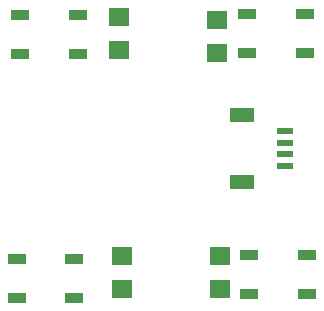
<source format=gtp>
G75*
%MOIN*%
%OFA0B0*%
%FSLAX25Y25*%
%IPPOS*%
%LPD*%
%AMOC8*
5,1,8,0,0,1.08239X$1,22.5*
%
%ADD10R,0.07874X0.04724*%
%ADD11R,0.05315X0.02362*%
%ADD12R,0.05906X0.03543*%
%ADD13R,0.07087X0.06299*%
D10*
X0084548Y0051300D03*
X0084548Y0073347D03*
D11*
X0099017Y0068229D03*
X0099017Y0064292D03*
X0099017Y0060355D03*
X0099017Y0056418D03*
D12*
X0009410Y0012402D03*
X0009410Y0025394D03*
X0028702Y0025394D03*
X0028702Y0012402D03*
X0087048Y0013977D03*
X0087048Y0026969D03*
X0106339Y0026969D03*
X0106339Y0013977D03*
X0029922Y0093702D03*
X0029922Y0106694D03*
X0010631Y0106694D03*
X0010631Y0093702D03*
X0086182Y0094056D03*
X0086182Y0107048D03*
X0105473Y0107048D03*
X0105473Y0094056D03*
D13*
X0076103Y0094213D03*
X0076103Y0105237D03*
X0043623Y0106221D03*
X0043623Y0095198D03*
X0044607Y0026497D03*
X0044607Y0015473D03*
X0077087Y0015473D03*
X0077087Y0026497D03*
M02*

</source>
